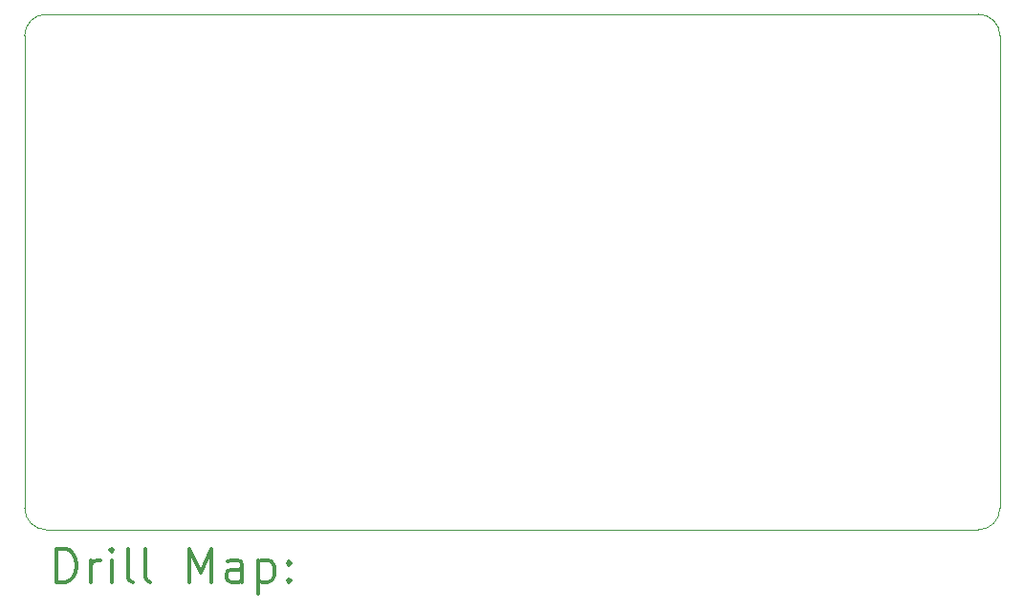
<source format=gbr>
%FSLAX45Y45*%
G04 Gerber Fmt 4.5, Leading zero omitted, Abs format (unit mm)*
G04 Created by KiCad (PCBNEW (5.1.5)-2) date 2019-12-14 03:40:01*
%MOMM*%
%LPD*%
G04 APERTURE LIST*
%TA.AperFunction,Profile*%
%ADD10C,0.050000*%
%TD*%
%ADD11C,0.200000*%
%ADD12C,0.300000*%
G04 APERTURE END LIST*
D10*
X19558000Y-6096000D02*
G75*
G02X19748500Y-6286500I0J-190500D01*
G01*
X19748500Y-10477500D02*
G75*
G02X19558000Y-10668000I-190500J0D01*
G01*
X11303000Y-10668000D02*
G75*
G02X11112500Y-10477500I0J190500D01*
G01*
X11112500Y-6286500D02*
G75*
G02X11303000Y-6096000I190500J0D01*
G01*
X11303000Y-6096000D02*
X19558000Y-6096000D01*
X11112500Y-10477500D02*
X11112500Y-6286500D01*
X19748500Y-8763000D02*
X19748500Y-10477500D01*
X19558000Y-10668000D02*
X11303000Y-10668000D01*
X19748500Y-6286500D02*
X19748500Y-8763000D01*
D11*
D12*
X11396428Y-11136214D02*
X11396428Y-10836214D01*
X11467857Y-10836214D01*
X11510714Y-10850500D01*
X11539286Y-10879072D01*
X11553571Y-10907643D01*
X11567857Y-10964786D01*
X11567857Y-11007643D01*
X11553571Y-11064786D01*
X11539286Y-11093357D01*
X11510714Y-11121929D01*
X11467857Y-11136214D01*
X11396428Y-11136214D01*
X11696428Y-11136214D02*
X11696428Y-10936214D01*
X11696428Y-10993357D02*
X11710714Y-10964786D01*
X11725000Y-10950500D01*
X11753571Y-10936214D01*
X11782143Y-10936214D01*
X11882143Y-11136214D02*
X11882143Y-10936214D01*
X11882143Y-10836214D02*
X11867857Y-10850500D01*
X11882143Y-10864786D01*
X11896428Y-10850500D01*
X11882143Y-10836214D01*
X11882143Y-10864786D01*
X12067857Y-11136214D02*
X12039286Y-11121929D01*
X12025000Y-11093357D01*
X12025000Y-10836214D01*
X12225000Y-11136214D02*
X12196428Y-11121929D01*
X12182143Y-11093357D01*
X12182143Y-10836214D01*
X12567857Y-11136214D02*
X12567857Y-10836214D01*
X12667857Y-11050500D01*
X12767857Y-10836214D01*
X12767857Y-11136214D01*
X13039286Y-11136214D02*
X13039286Y-10979072D01*
X13025000Y-10950500D01*
X12996428Y-10936214D01*
X12939286Y-10936214D01*
X12910714Y-10950500D01*
X13039286Y-11121929D02*
X13010714Y-11136214D01*
X12939286Y-11136214D01*
X12910714Y-11121929D01*
X12896428Y-11093357D01*
X12896428Y-11064786D01*
X12910714Y-11036214D01*
X12939286Y-11021929D01*
X13010714Y-11021929D01*
X13039286Y-11007643D01*
X13182143Y-10936214D02*
X13182143Y-11236214D01*
X13182143Y-10950500D02*
X13210714Y-10936214D01*
X13267857Y-10936214D01*
X13296428Y-10950500D01*
X13310714Y-10964786D01*
X13325000Y-10993357D01*
X13325000Y-11079072D01*
X13310714Y-11107643D01*
X13296428Y-11121929D01*
X13267857Y-11136214D01*
X13210714Y-11136214D01*
X13182143Y-11121929D01*
X13453571Y-11107643D02*
X13467857Y-11121929D01*
X13453571Y-11136214D01*
X13439286Y-11121929D01*
X13453571Y-11107643D01*
X13453571Y-11136214D01*
X13453571Y-10950500D02*
X13467857Y-10964786D01*
X13453571Y-10979072D01*
X13439286Y-10964786D01*
X13453571Y-10950500D01*
X13453571Y-10979072D01*
M02*

</source>
